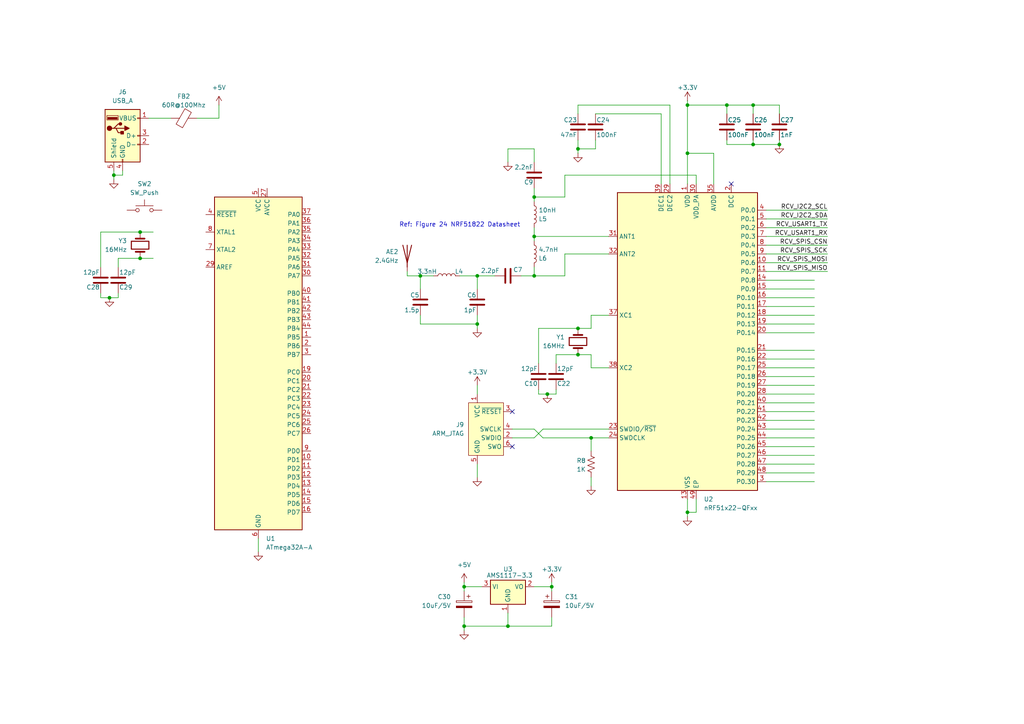
<source format=kicad_sch>
(kicad_sch (version 20231120) (generator "eeschema") (generator_version "8.0")
  (paper "A4")
  (title_block (title "SUDI - Receiver Schematic") (date "2024-07-07") (rev "1") (company "AHAH_TERROR") (comment 1 "Made With Love By AH"))
  (lib_symbols
    (symbol "Connector:Conn_ARM_SWD_TagConnect_TC2030-NL" (in_bom no)
      (property "Reference" "J" (at 2.54 11.43 0))
      (property "Value" "Conn_ARM_SWD_TagConnect_TC2030-NL" (at 2.54 8.89 0))
      (symbol "Conn_ARM_SWD_TagConnect_TC2030-NL_0_0"
        (pin power_in line (at -2.54 10.16 270) (length 2.54) (name "VCC") (number "1"))
        (pin bidirectional line (at 7.62 -2.54 180) (length 2.54) (name "SWDIO") (number "2"))
        (pin open_collector line (at 7.62 5.08 180) (length 2.54) (name "~{RESET}") (number "3"))
        (pin output line (at 7.62 0 180) (length 2.54) (name "SWCLK") (number "4"))
        (pin power_in line (at -2.54 -10.16 90) (length 2.54) (name "GND") (number "5"))
        (pin input line (at 7.62 -5.08 180) (length 2.54) (name "SWO") (number "6"))
      )
      (symbol "Conn_ARM_SWD_TagConnect_TC2030-NL_0_1"
        (rectangle (start -5.08 7.62) (end 5.08 -7.62) (fill (type background)))
      )
    )
    (symbol "Connector:USB_A" (pin_names (offset 1.016))
      (property "Reference" "J" (at -5.08 11.43 0))
      (property "Value" "USB_A" (at -5.08 8.89 0))
      (symbol "USB_A_0_1"
        (rectangle (start -5.08 -7.62) (end 5.08 7.62) (stroke (width 0.254)) (fill (type background)))
        (circle (center -3.81 2.159) (radius 0.635) (stroke (width 0.254)) (fill (type outline)))
        (rectangle (start -1.524 4.826) (end -4.318 5.334) (fill (type outline)))
        (rectangle (start -1.27 4.572) (end -4.572 5.842))
        (circle (center -0.635 3.429) (radius 0.381) (stroke (width 0.254)) (fill (type outline)))
        (rectangle (start -0.127 -7.62) (end 0.127 -6.858))
        (polyline (pts (xy -3.175 2.159) (xy -2.54 2.159) (xy -1.27 3.429) (xy -0.635 3.429)) (stroke (width 0.254)))
        (polyline (pts (xy -2.54 2.159) (xy -1.905 2.159) (xy -1.27 0.889) (xy 0 0.889)) (stroke (width 0.254)))
        (polyline (pts (xy 0.635 2.794) (xy 0.635 1.524) (xy 1.905 2.159) (xy 0.635 2.794)) (stroke (width 0.254)) (fill (type outline)))
        (rectangle (start 0.254 1.27) (end -0.508 0.508) (stroke (width 0.254)) (fill (type outline)))
        (rectangle (start 5.08 -2.667) (end 4.318 -2.413))
        (rectangle (start 5.08 -0.127) (end 4.318 0.127))
        (rectangle (start 5.08 4.953) (end 4.318 5.207))
      )
      (symbol "USB_A_1_1"
        (polyline (pts (xy -1.905 2.159) (xy 0.635 2.159)) (stroke (width 0.254)))
        (pin power_in line (at 7.62 5.08 180) (length 2.54) (name "VBUS") (number "1"))
        (pin bidirectional line (at 7.62 -2.54 180) (length 2.54) (name "D-") (number "2"))
        (pin bidirectional line (at 7.62 0 180) (length 2.54) (name "D+") (number "3"))
        (pin power_in line (at 0 -10.16 90) (length 2.54) (name "GND") (number "4"))
        (pin passive line (at -2.54 -10.16 90) (length 2.54) (name "Shield") (number "5"))
      )
    )
    (symbol "Device:Antenna" (pin_numbers hide) (pin_names (offset 1.016) hide)
      (property "Reference" "AE" (at -1.905 1.905 0))
      (property "Value" "Antenna" (at -1.905 0 0))
      (symbol "Antenna_0_1"
        (polyline (pts (xy 0 2.54) (xy 0 -3.81)) (stroke (width 0.254)))
        (polyline (pts (xy 1.27 2.54) (xy 0 -2.54) (xy -1.27 2.54)) (stroke (width 0.254)))
      )
      (symbol "Antenna_1_1"
        (pin input line (at 0 -5.08 90) (length 2.54) (name "A") (number "1"))
      )
    )
    (symbol "Device:C" (pin_numbers hide) (pin_names (offset 0.254))
      (property "Reference" "C" (at 0.635 2.54 0))
      (property "Value" "C" (at 0.635 -2.54 0))
      (symbol "C_0_1"
        (polyline (pts (xy -2.032 -0.762) (xy 2.032 -0.762)) (stroke (width 0.508)))
        (polyline (pts (xy -2.032 0.762) (xy 2.032 0.762)) (stroke (width 0.508)))
      )
      (symbol "C_1_1"
        (pin passive line (at 0 3.81 270) (length 2.794) (name "~") (number "1"))
        (pin passive line (at 0 -3.81 90) (length 2.794) (name "~") (number "2"))
      )
    )
    (symbol "Device:C_Polarized" (pin_numbers hide) (pin_names (offset 0.254))
      (property "Reference" "C" (at 0.635 2.54 0))
      (property "Value" "C_Polarized" (at 0.635 -2.54 0))
      (symbol "C_Polarized_0_1"
        (rectangle (start -2.286 0.508) (end 2.286 1.016))
        (polyline (pts (xy -1.778 2.286) (xy -0.762 2.286)))
        (polyline (pts (xy -1.27 2.794) (xy -1.27 1.778)))
        (rectangle (start 2.286 -0.508) (end -2.286 -1.016) (fill (type outline)))
      )
      (symbol "C_Polarized_1_1"
        (pin passive line (at 0 3.81 270) (length 2.794) (name "~") (number "1"))
        (pin passive line (at 0 -3.81 90) (length 2.794) (name "~") (number "2"))
      )
    )
    (symbol "Device:Crystal" (pin_numbers hide) (pin_names (offset 1.016) hide)
      (property "Reference" "Y" (at 0 3.81 0))
      (property "Value" "Crystal" (at 0 -3.81 0))
      (symbol "Crystal_0_1"
        (rectangle (start -1.143 2.54) (end 1.143 -2.54) (stroke (width 0.3048)))
        (polyline (pts (xy -2.54 0) (xy -1.905 0)))
        (polyline (pts (xy -1.905 -1.27) (xy -1.905 1.27)) (stroke (width 0.508)))
        (polyline (pts (xy 1.905 -1.27) (xy 1.905 1.27)) (stroke (width 0.508)))
        (polyline (pts (xy 2.54 0) (xy 1.905 0)))
      )
      (symbol "Crystal_1_1"
        (pin passive line (at -3.81 0 0) (length 1.27) (name "1") (number "1"))
        (pin passive line (at 3.81 0 180) (length 1.27) (name "2") (number "2"))
      )
    )
    (symbol "Device:FerriteBead" (pin_numbers hide) (pin_names (offset 0))
      (property "Reference" "FB" (at -3.81 0.635 90))
      (property "Value" "FerriteBead" (at 3.81 0 90))
      (symbol "FerriteBead_0_1"
        (polyline (pts (xy 0 -1.27) (xy 0 -1.2192)))
        (polyline (pts (xy 0 1.27) (xy 0 1.2954)))
        (polyline (pts (xy -2.7686 0.4064) (xy -1.7018 2.2606) (xy 2.7686 -0.3048) (xy 1.6764 -2.159) (xy -2.7686 0.4064)))
      )
      (symbol "FerriteBead_1_1"
        (pin passive line (at 0 3.81 270) (length 2.54) (name "~") (number "1"))
        (pin passive line (at 0 -3.81 90) (length 2.54) (name "~") (number "2"))
      )
    )
    (symbol "Device:L" (pin_numbers hide) (pin_names (offset 1.016) hide)
      (property "Reference" "L" (at -1.27 0 90))
      (property "Value" "L" (at 1.905 0 90))
      (symbol "L_0_1"
        (arc (start 0 -2.54) (mid 0.6323 -1.905) (end 0 -1.27))
        (arc (start 0 -1.27) (mid 0.6323 -0.635) (end 0 0))
        (arc (start 0 0) (mid 0.6323 0.635) (end 0 1.27))
        (arc (start 0 1.27) (mid 0.6323 1.905) (end 0 2.54))
      )
      (symbol "L_1_1"
        (pin passive line (at 0 3.81 270) (length 1.27) (name "1") (number "1"))
        (pin passive line (at 0 -3.81 90) (length 1.27) (name "2") (number "2"))
      )
    )
    (symbol "Device:R_US" (pin_numbers hide) (pin_names (offset 0))
      (property "Reference" "R" (at 2.54 0 90))
      (property "Value" "R_US" (at -2.54 0 90))
      (symbol "R_US_0_1"
        (polyline (pts (xy 0 -2.286) (xy 0 -2.54)))
        (polyline (pts (xy 0 2.286) (xy 0 2.54)))
        (polyline (pts (xy 0 -0.762) (xy 1.016 -1.143) (xy 0 -1.524) (xy -1.016 -1.905) (xy 0 -2.286)))
        (polyline (pts (xy 0 0.762) (xy 1.016 0.381) (xy 0 0) (xy -1.016 -0.381) (xy 0 -0.762)))
        (polyline (pts (xy 0 2.286) (xy 1.016 1.905) (xy 0 1.524) (xy -1.016 1.143) (xy 0 0.762)))
      )
      (symbol "R_US_1_1"
        (pin passive line (at 0 3.81 270) (length 1.27) (name "~") (number "1"))
        (pin passive line (at 0 -3.81 90) (length 1.27) (name "~") (number "2"))
      )
    )
    (symbol "MCU_Microchip_ATmega:ATmega32A-A"
      (property "Reference" "U" (at -12.7 49.53 0))
      (property "Value" "ATmega32A-A" (at 2.54 -49.53 0))
      (symbol "ATmega32A-A_0_1"
        (rectangle (start -12.7 -48.26) (end 12.7 48.26) (stroke (width 0.254)) (fill (type background)))
      )
      (symbol "ATmega32A-A_1_1"
        (pin bidirectional line (at 15.24 7.62 180) (length 2.54) (name "PB5") (number "1"))
        (pin bidirectional line (at 15.24 -27.94 180) (length 2.54) (name "PD1") (number "10"))
        (pin bidirectional line (at 15.24 -30.48 180) (length 2.54) (name "PD2") (number "11"))
        (pin bidirectional line (at 15.24 -33.02 180) (length 2.54) (name "PD3") (number "12"))
        (pin bidirectional line (at 15.24 -35.56 180) (length 2.54) (name "PD4") (number "13"))
        (pin bidirectional line (at 15.24 -38.1 180) (length 2.54) (name "PD5") (number "14"))
        (pin bidirectional line (at 15.24 -40.64 180) (length 2.54) (name "PD6") (number "15"))
        (pin bidirectional line (at 15.24 -43.18 180) (length 2.54) (name "PD7") (number "16"))
        (pin passive line (at 0 50.8 270) (length 2.54) hide (name "VCC") (number "17"))
        (pin passive line (at 0 -50.8 90) (length 2.54) hide (name "GND") (number "18"))
        (pin bidirectional line (at 15.24 -2.54 180) (length 2.54) (name "PC0") (number "19"))
        (pin bidirectional line (at 15.24 5.08 180) (length 2.54) (name "PB6") (number "2"))
        (pin bidirectional line (at 15.24 -5.08 180) (length 2.54) (name "PC1") (number "20"))
        (pin bidirectional line (at 15.24 -7.62 180) (length 2.54) (name "PC2") (number "21"))
        (pin bidirectional line (at 15.24 -10.16 180) (length 2.54) (name "PC3") (number "22"))
        (pin bidirectional line (at 15.24 -12.7 180) (length 2.54) (name "PC4") (number "23"))
        (pin bidirectional line (at 15.24 -15.24 180) (length 2.54) (name "PC5") (number "24"))
        (pin bidirectional line (at 15.24 -17.78 180) (length 2.54) (name "PC6") (number "25"))
        (pin bidirectional line (at 15.24 -20.32 180) (length 2.54) (name "PC7") (number "26"))
        (pin power_in line (at 2.54 50.8 270) (length 2.54) (name "AVCC") (number "27"))
        (pin passive line (at 0 -50.8 90) (length 2.54) hide (name "GND") (number "28"))
        (pin passive line (at -15.24 27.94 0) (length 2.54) (name "AREF") (number "29"))
        (pin bidirectional line (at 15.24 2.54 180) (length 2.54) (name "PB7") (number "3"))
        (pin bidirectional line (at 15.24 25.4 180) (length 2.54) (name "PA7") (number "30"))
        (pin bidirectional line (at 15.24 27.94 180) (length 2.54) (name "PA6") (number "31"))
        (pin bidirectional line (at 15.24 30.48 180) (length 2.54) (name "PA5") (number "32"))
        (pin bidirectional line (at 15.24 33.02 180) (length 2.54) (name "PA4") (number "33"))
        (pin bidirectional line (at 15.24 35.56 180) (length 2.54) (name "PA3") (number "34"))
        (pin bidirectional line (at 15.24 38.1 180) (length 2.54) (name "PA2") (number "35"))
        (pin bidirectional line (at 15.24 40.64 180) (length 2.54) (name "PA1") (number "36"))
        (pin bidirectional line (at 15.24 43.18 180) (length 2.54) (name "PA0") (number "37"))
        (pin passive line (at 0 50.8 270) (length 2.54) hide (name "VCC") (number "38"))
        (pin passive line (at 0 -50.8 90) (length 2.54) hide (name "GND") (number "39"))
        (pin input line (at -15.24 43.18 0) (length 2.54) (name "~{RESET}") (number "4"))
        (pin bidirectional line (at 15.24 20.32 180) (length 2.54) (name "PB0") (number "40"))
        (pin bidirectional line (at 15.24 17.78 180) (length 2.54) (name "PB1") (number "41"))
        (pin bidirectional line (at 15.24 15.24 180) (length 2.54) (name "PB2") (number "42"))
        (pin bidirectional line (at 15.24 12.7 180) (length 2.54) (name "PB3") (number "43"))
        (pin bidirectional line (at 15.24 10.16 180) (length 2.54) (name "PB4") (number "44"))
        (pin power_in line (at 0 50.8 270) (length 2.54) (name "VCC") (number "5"))
        (pin power_in line (at 0 -50.8 90) (length 2.54) (name "GND") (number "6"))
        (pin output line (at -15.24 33.02 0) (length 2.54) (name "XTAL2") (number "7"))
        (pin input line (at -15.24 38.1 0) (length 2.54) (name "XTAL1") (number "8"))
        (pin bidirectional line (at 15.24 -25.4 180) (length 2.54) (name "PD0") (number "9"))
      )
    )
    (symbol "MCU_Nordic:nRF51x22-QFxx"
      (property "Reference" "U" (at 0 2.54 0))
      (property "Value" "nRF51x22-QFxx" (at 0 -2.54 0))
      (symbol "nRF51x22-QFxx_0_1"
        (rectangle (start -20.32 43.18) (end 20.32 -43.18) (stroke (width 0.254)) (fill (type background)))
      )
      (symbol "nRF51x22-QFxx_1_1"
        (pin power_in line (at 0 45.72 270) (length 2.54) (name "VDD") (number "1"))
        (pin bidirectional line (at 22.86 22.86 180) (length 2.54) (name "P0.6") (number "10"))
        (pin bidirectional line (at 22.86 20.32 180) (length 2.54) (name "P0.7") (number "11"))
        (pin passive line (at 0 45.72 270) (length 2.54) hide (name "VDD") (number "12"))
        (pin power_in line (at 0 -45.72 90) (length 2.54) (name "VSS") (number "13"))
        (pin bidirectional line (at 22.86 17.78 180) (length 2.54) (name "P0.8") (number "14"))
        (pin bidirectional line (at 22.86 15.24 180) (length 2.54) (name "P0.9") (number "15"))
        (pin bidirectional line (at 22.86 12.7 180) (length 2.54) (name "P0.10") (number "16"))
        (pin bidirectional line (at 22.86 10.16 180) (length 2.54) (name "P0.11") (number "17"))
        (pin bidirectional line (at 22.86 7.62 180) (length 2.54) (name "P0.12") (number "18"))
        (pin bidirectional line (at 22.86 5.08 180) (length 2.54) (name "P0.13") (number "19"))
        (pin power_out line (at 12.7 45.72 270) (length 2.54) (name "DCC") (number "2"))
        (pin bidirectional line (at 22.86 2.54 180) (length 2.54) (name "P0.14") (number "20"))
        (pin bidirectional line (at 22.86 -2.54 180) (length 2.54) (name "P0.15") (number "21"))
        (pin bidirectional line (at 22.86 -5.08 180) (length 2.54) (name "P0.16") (number "22"))
        (pin bidirectional line (at -22.86 -25.4 0) (length 2.54) (name "SWDIO/~{RST}") (number "23"))
        (pin input line (at -22.86 -27.94 0) (length 2.54) (name "SWDCLK") (number "24"))
        (pin bidirectional line (at 22.86 -7.62 180) (length 2.54) (name "P0.17") (number "25"))
        (pin bidirectional line (at 22.86 -10.16 180) (length 2.54) (name "P0.18") (number "26"))
        (pin bidirectional line (at 22.86 -12.7 180) (length 2.54) (name "P0.19") (number "27"))
        (pin bidirectional line (at 22.86 -15.24 180) (length 2.54) (name "P0.20") (number "28"))
        (pin passive line (at -5.08 45.72 270) (length 2.54) (name "DEC2") (number "29"))
        (pin bidirectional line (at 22.86 -40.64 180) (length 2.54) (name "P0.30") (number "3"))
        (pin power_out line (at 2.54 45.72 270) (length 2.54) (name "VDD_PA") (number "30"))
        (pin output line (at -22.86 30.48 0) (length 2.54) (name "ANT1") (number "31"))
        (pin output line (at -22.86 25.4 0) (length 2.54) (name "ANT2") (number "32"))
        (pin passive line (at 0 -45.72 90) (length 2.54) hide (name "VSS") (number "33"))
        (pin passive line (at 0 -45.72 90) (length 2.54) hide (name "VSS") (number "34"))
        (pin power_in line (at 7.62 45.72 270) (length 2.54) (name "AVDD") (number "35"))
        (pin passive line (at 7.62 45.72 270) (length 2.54) hide (name "AVDD") (number "36"))
        (pin input line (at -22.86 7.62 0) (length 2.54) (name "XC1") (number "37"))
        (pin input line (at -22.86 -7.62 0) (length 2.54) (name "XC2") (number "38"))
        (pin passive line (at -7.62 45.72 270) (length 2.54) (name "DEC1") (number "39"))
        (pin bidirectional line (at 22.86 38.1 180) (length 2.54) (name "P0.0") (number "4"))
        (pin bidirectional line (at 22.86 -17.78 180) (length 2.54) (name "P0.21") (number "40"))
        (pin bidirectional line (at 22.86 -20.32 180) (length 2.54) (name "P0.22") (number "41"))
        (pin bidirectional line (at 22.86 -22.86 180) (length 2.54) (name "P0.23") (number "42"))
        (pin bidirectional line (at 22.86 -25.4 180) (length 2.54) (name "P0.24") (number "43"))
        (pin bidirectional line (at 22.86 -27.94 180) (length 2.54) (name "P0.25") (number "44"))
        (pin bidirectional line (at 22.86 -30.48 180) (length 2.54) (name "P0.26") (number "45"))
        (pin bidirectional line (at 22.86 -33.02 180) (length 2.54) (name "P0.27") (number "46"))
        (pin bidirectional line (at 22.86 -35.56 180) (length 2.54) (name "P0.28") (number "47"))
        (pin bidirectional line (at 22.86 -38.1 180) (length 2.54) (name "P0.29") (number "48"))
        (pin power_in line (at 2.54 -45.72 90) (length 2.54) (name "EP") (number "49"))
        (pin bidirectional line (at 22.86 35.56 180) (length 2.54) (name "P0.1") (number "5"))
        (pin bidirectional line (at 22.86 33.02 180) (length 2.54) (name "P0.2") (number "6"))
        (pin bidirectional line (at 22.86 30.48 180) (length 2.54) (name "P0.3") (number "7"))
        (pin bidirectional line (at 22.86 27.94 180) (length 2.54) (name "P0.4") (number "8"))
        (pin bidirectional line (at 22.86 25.4 180) (length 2.54) (name "P0.5") (number "9"))
      )
    )
    (symbol "Regulator_Linear:AMS1117-3.3"
      (property "Reference" "U" (at -3.81 3.175 0))
      (property "Value" "AMS1117-3.3" (at 0 3.175 0))
      (symbol "AMS1117-3.3_0_1"
        (rectangle (start -5.08 -5.08) (end 5.08 1.905) (stroke (width 0.254)) (fill (type background)))
      )
      (symbol "AMS1117-3.3_1_1"
        (pin power_in line (at 0 -7.62 90) (length 2.54) (name "GND") (number "1"))
        (pin power_out line (at 7.62 0 180) (length 2.54) (name "VO") (number "2"))
        (pin power_in line (at -7.62 0 0) (length 2.54) (name "VI") (number "3"))
      )
    )
    (symbol "Switch:SW_Push" (pin_numbers hide) (pin_names (offset 1.016) hide)
      (property "Reference" "SW" (at 1.27 2.54 0))
      (property "Value" "SW_Push" (at 0 -1.524 0))
      (symbol "SW_Push_0_1"
        (circle (center -2.032 0) (radius 0.508))
        (polyline (pts (xy 0 1.27) (xy 0 3.048)))
        (polyline (pts (xy 2.54 1.27) (xy -2.54 1.27)))
        (circle (center 2.032 0) (radius 0.508))
        (pin passive line (at -5.08 0 0) (length 2.54) (name "1") (number "1"))
        (pin passive line (at 5.08 0 180) (length 2.54) (name "2") (number "2"))
      )
    )
    (symbol "power:+3.3V" (power) (pin_numbers hide) (pin_names (offset 0) hide)
      (property "Value" "+3.3V" (at 0 3.556 0))
      (symbol "+3.3V_0_1"
        (polyline (pts (xy -0.762 1.27) (xy 0 2.54)))
        (polyline (pts (xy 0 0) (xy 0 2.54)))
        (polyline (pts (xy 0 2.54) (xy 0.762 1.27)))
      )
      (symbol "+3.3V_1_1"
        (pin power_in line (at 0 0 90) (length 0) (name "~") (number "1"))
      )
    )
    (symbol "power:+5V" (power) (pin_names (offset 0))
      (property "Value" "+5V" (at 0 3.556 0))
      (symbol "+5V_0_1"
        (polyline (pts (xy -0.762 1.27) (xy 0 2.54)))
        (polyline (pts (xy 0 0) (xy 0 2.54)))
        (polyline (pts (xy 0 2.54) (xy 0.762 1.27)))
      )
      (symbol "+5V_1_1"
        (pin power_in line (at 0 0 90) (length 0) hide (name "+5V") (number "1"))
      )
    )
    (symbol "power:GND" (power) (pin_names (offset 0))
      (property "Value" "GND" (at 0 -3.81 0))
      (symbol "GND_0_1"
        (polyline (pts (xy 0 0) (xy 0 -1.27) (xy 1.27 -1.27) (xy 0 -2.54) (xy -1.27 -1.27) (xy 0 -1.27)))
      )
      (symbol "GND_1_1"
        (pin power_in line (at 0 0 270) (length 0) hide (name "GND") (number "1"))
      )
    )
  )
  (junction (at 160.02 170.18))
  (junction (at 226.06 41.91))
  (junction (at 31.75 86.36))
  (junction (at 199.39 30.48))
  (junction (at 40.64 67.31))
  (junction (at 138.43 80.01))
  (junction (at 40.64 74.93))
  (junction (at 167.64 102.87))
  (junction (at 134.62 170.18))
  (junction (at 167.64 43.18))
  (junction (at 154.94 80.01))
  (junction (at 158.75 114.3))
  (junction (at 210.82 30.48))
  (junction (at 154.94 57.15))
  (junction (at 171.45 127))
  (junction (at 199.39 148.59))
  (junction (at 218.44 30.48))
  (junction (at 147.32 181.61))
  (junction (at 167.64 95.25))
  (junction (at 134.62 181.61))
  (junction (at 154.94 68.58))
  (junction (at 33.02 50.8))
  (junction (at 199.39 44.45))
  (junction (at 218.44 41.91))
  (junction (at 138.43 93.98))
  (junction (at 121.92 80.01))
  (no_connect (at 148.59 119.38))
  (no_connect (at 212.09 53.34))
  (no_connect (at 148.59 129.54))
  (wire (pts (xy 226.06 33.02) (xy 226.06 30.48)))
  (wire (pts (xy 222.25 71.12) (xy 240.03 71.12)))
  (wire (pts (xy 160.02 168.91) (xy 160.02 170.18)))
  (wire (pts (xy 160.02 179.07) (xy 160.02 181.61)))
  (wire (pts (xy 148.59 124.46) (xy 154.94 124.46)))
  (wire (pts (xy 138.43 83.82) (xy 138.43 80.01)))
  (wire (pts (xy 156.21 95.25) (xy 167.64 95.25)))
  (wire (pts (xy 156.21 105.41) (xy 156.21 95.25)))
  (wire (pts (xy 201.93 148.59) (xy 199.39 148.59)))
  (wire (pts (xy 218.44 30.48) (xy 210.82 30.48)))
  (wire (pts (xy 210.82 33.02) (xy 210.82 30.48)))
  (wire (pts (xy 154.94 80.01) (xy 154.94 77.47)))
  (wire (pts (xy 138.43 93.98) (xy 138.43 95.25)))
  (wire (pts (xy 160.02 170.18) (xy 154.94 170.18)))
  (wire (pts (xy 29.21 85.09) (xy 29.21 86.36)))
  (wire (pts (xy 222.25 76.2) (xy 240.03 76.2)))
  (wire (pts (xy 154.94 68.58) (xy 154.94 66.04)))
  (wire (pts (xy 222.25 81.28) (xy 236.22 81.28)))
  (wire (pts (xy 121.92 91.44) (xy 121.92 93.98)))
  (wire (pts (xy 154.94 124.46) (xy 157.48 127)))
  (wire (pts (xy 171.45 102.87) (xy 167.64 102.87)))
  (wire (pts (xy 147.32 43.18) (xy 154.94 43.18)))
  (wire (pts (xy 158.75 114.3) (xy 161.29 114.3)))
  (wire (pts (xy 154.94 68.58) (xy 176.53 68.58)))
  (wire (pts (xy 167.64 43.18) (xy 172.72 43.18)))
  (wire (pts (xy 44.45 74.93) (xy 40.64 74.93)))
  (wire (pts (xy 161.29 102.87) (xy 167.64 102.87)))
  (wire (pts (xy 63.5 34.29) (xy 57.15 34.29)))
  (wire (pts (xy 171.45 106.68) (xy 176.53 106.68)))
  (wire (pts (xy 138.43 80.01) (xy 143.51 80.01)))
  (wire (pts (xy 154.94 58.42) (xy 154.94 57.15)))
  (wire (pts (xy 222.25 60.96) (xy 240.03 60.96)))
  (wire (pts (xy 222.25 63.5) (xy 240.03 63.5)))
  (wire (pts (xy 157.48 124.46) (xy 176.53 124.46)))
  (wire (pts (xy 167.64 95.25) (xy 171.45 95.25)))
  (wire (pts (xy 147.32 43.18) (xy 147.32 46.99)))
  (wire (pts (xy 172.72 43.18) (xy 172.72 40.64)))
  (wire (pts (xy 35.56 50.8) (xy 33.02 50.8)))
  (wire (pts (xy 134.62 170.18) (xy 134.62 171.45)))
  (wire (pts (xy 222.25 96.52) (xy 236.22 96.52)))
  (wire (pts (xy 222.25 93.98) (xy 236.22 93.98)))
  (wire (pts (xy 118.11 80.01) (xy 121.92 80.01)))
  (wire (pts (xy 222.25 106.68) (xy 236.22 106.68)))
  (wire (pts (xy 218.44 40.64) (xy 218.44 41.91)))
  (wire (pts (xy 222.25 137.16) (xy 236.22 137.16)))
  (wire (pts (xy 29.21 77.47) (xy 29.21 67.31)))
  (wire (pts (xy 222.25 124.46) (xy 236.22 124.46)))
  (wire (pts (xy 222.25 66.04) (xy 240.03 66.04)))
  (wire (pts (xy 191.77 53.34) (xy 191.77 33.02)))
  (wire (pts (xy 161.29 114.3) (xy 161.29 113.03)))
  (wire (pts (xy 171.45 127) (xy 171.45 130.81)))
  (wire (pts (xy 154.94 69.85) (xy 154.94 68.58)))
  (wire (pts (xy 222.25 78.74) (xy 240.03 78.74)))
  (wire (pts (xy 134.62 181.61) (xy 134.62 182.88)))
  (wire (pts (xy 156.21 114.3) (xy 158.75 114.3)))
  (wire (pts (xy 29.21 86.36) (xy 31.75 86.36)))
  (wire (pts (xy 167.64 40.64) (xy 167.64 43.18)))
  (wire (pts (xy 222.25 88.9) (xy 236.22 88.9)))
  (wire (pts (xy 138.43 91.44) (xy 138.43 93.98)))
  (wire (pts (xy 210.82 30.48) (xy 199.39 30.48)))
  (wire (pts (xy 176.53 73.66) (xy 163.83 73.66)))
  (wire (pts (xy 121.92 83.82) (xy 121.92 80.01)))
  (wire (pts (xy 147.32 181.61) (xy 134.62 181.61)))
  (wire (pts (xy 222.25 91.44) (xy 236.22 91.44)))
  (wire (pts (xy 138.43 111.76) (xy 138.43 114.3)))
  (wire (pts (xy 199.39 29.21) (xy 199.39 30.48)))
  (wire (pts (xy 222.25 83.82) (xy 236.22 83.82)))
  (wire (pts (xy 222.25 139.7) (xy 236.22 139.7)))
  (wire (pts (xy 171.45 138.43) (xy 171.45 140.97)))
  (wire (pts (xy 222.25 101.6) (xy 236.22 101.6)))
  (wire (pts (xy 222.25 104.14) (xy 236.22 104.14)))
  (wire (pts (xy 121.92 93.98) (xy 138.43 93.98)))
  (wire (pts (xy 207.01 44.45) (xy 199.39 44.45)))
  (wire (pts (xy 222.25 134.62) (xy 236.22 134.62)))
  (wire (pts (xy 222.25 111.76) (xy 236.22 111.76)))
  (wire (pts (xy 161.29 105.41) (xy 161.29 102.87)))
  (wire (pts (xy 194.31 30.48) (xy 194.31 53.34)))
  (wire (pts (xy 167.64 33.02) (xy 167.64 30.48)))
  (wire (pts (xy 118.11 78.74) (xy 118.11 80.01)))
  (wire (pts (xy 163.83 80.01) (xy 154.94 80.01)))
  (wire (pts (xy 226.06 30.48) (xy 218.44 30.48)))
  (wire (pts (xy 199.39 148.59) (xy 199.39 149.86)))
  (wire (pts (xy 163.83 73.66) (xy 163.83 80.01)))
  (wire (pts (xy 33.02 49.53) (xy 33.02 50.8)))
  (wire (pts (xy 176.53 91.44) (xy 171.45 91.44)))
  (wire (pts (xy 222.25 86.36) (xy 236.22 86.36)))
  (wire (pts (xy 222.25 109.22) (xy 236.22 109.22)))
  (wire (pts (xy 222.25 116.84) (xy 236.22 116.84)))
  (wire (pts (xy 199.39 144.78) (xy 199.39 148.59)))
  (wire (pts (xy 163.83 50.8) (xy 201.93 50.8)))
  (wire (pts (xy 201.93 53.34) (xy 201.93 50.8)))
  (wire (pts (xy 138.43 134.62) (xy 138.43 138.43)))
  (wire (pts (xy 74.93 156.21) (xy 74.93 160.02)))
  (wire (pts (xy 148.59 127) (xy 154.94 127)))
  (wire (pts (xy 35.56 49.53) (xy 35.56 50.8)))
  (wire (pts (xy 210.82 41.91) (xy 218.44 41.91)))
  (wire (pts (xy 34.29 77.47) (xy 34.29 74.93)))
  (wire (pts (xy 207.01 53.34) (xy 207.01 44.45)))
  (wire (pts (xy 167.64 43.18) (xy 167.64 44.45)))
  (wire (pts (xy 34.29 74.93) (xy 40.64 74.93)))
  (wire (pts (xy 157.48 127) (xy 171.45 127)))
  (wire (pts (xy 163.83 50.8) (xy 163.83 57.15)))
  (wire (pts (xy 134.62 170.18) (xy 139.7 170.18)))
  (wire (pts (xy 218.44 33.02) (xy 218.44 30.48)))
  (wire (pts (xy 134.62 168.91) (xy 134.62 170.18)))
  (wire (pts (xy 49.53 34.29) (xy 43.18 34.29)))
  (wire (pts (xy 222.25 129.54) (xy 236.22 129.54)))
  (wire (pts (xy 171.45 91.44) (xy 171.45 95.25)))
  (wire (pts (xy 199.39 44.45) (xy 199.39 53.34)))
  (wire (pts (xy 160.02 181.61) (xy 147.32 181.61)))
  (wire (pts (xy 29.21 67.31) (xy 40.64 67.31)))
  (wire (pts (xy 191.77 33.02) (xy 172.72 33.02)))
  (wire (pts (xy 157.48 124.46) (xy 154.94 127)))
  (wire (pts (xy 147.32 177.8) (xy 147.32 181.61)))
  (wire (pts (xy 222.25 119.38) (xy 236.22 119.38)))
  (wire (pts (xy 121.92 80.01) (xy 125.73 80.01)))
  (wire (pts (xy 171.45 102.87) (xy 171.45 106.68)))
  (wire (pts (xy 218.44 41.91) (xy 226.06 41.91)))
  (wire (pts (xy 201.93 144.78) (xy 201.93 148.59)))
  (wire (pts (xy 156.21 113.03) (xy 156.21 114.3)))
  (wire (pts (xy 222.25 132.08) (xy 236.22 132.08)))
  (wire (pts (xy 33.02 50.8) (xy 33.02 52.07)))
  (wire (pts (xy 154.94 43.18) (xy 154.94 46.99)))
  (wire (pts (xy 222.25 73.66) (xy 240.03 73.66)))
  (wire (pts (xy 222.25 127) (xy 236.22 127)))
  (wire (pts (xy 163.83 57.15) (xy 154.94 57.15)))
  (wire (pts (xy 226.06 41.91) (xy 226.06 40.64)))
  (wire (pts (xy 222.25 114.3) (xy 236.22 114.3)))
  (wire (pts (xy 133.35 80.01) (xy 138.43 80.01)))
  (wire (pts (xy 31.75 86.36) (xy 34.29 86.36)))
  (wire (pts (xy 222.25 68.58) (xy 240.03 68.58)))
  (wire (pts (xy 176.53 127) (xy 171.45 127)))
  (wire (pts (xy 210.82 40.64) (xy 210.82 41.91)))
  (wire (pts (xy 154.94 57.15) (xy 154.94 54.61)))
  (wire (pts (xy 40.64 67.31) (xy 44.45 67.31)))
  (wire (pts (xy 222.25 121.92) (xy 236.22 121.92)))
  (wire (pts (xy 160.02 171.45) (xy 160.02 170.18)))
  (wire (pts (xy 34.29 86.36) (xy 34.29 85.09)))
  (wire (pts (xy 151.13 80.01) (xy 154.94 80.01)))
  (wire (pts (xy 167.64 30.48) (xy 194.31 30.48)))
  (wire (pts (xy 199.39 30.48) (xy 199.39 44.45)))
  (wire (pts (xy 134.62 179.07) (xy 134.62 181.61)))
  (wire (pts (xy 63.5 30.48) (xy 63.5 34.29)))
  (text "Ref: Figure 24 NRF51822 Datasheet" (at 133.35 65.278 0) (effects (font (size 1.27 1.27))))
  (label "RCV_SPIS_MOSI" (at 240.03 76.2 180))
  (label "RCV_SPIS_MISO" (at 240.03 78.74 180))
  (label "RCV_USART1_RX" (at 240.03 68.58 180))
  (label "RCV_USART1_TX" (at 240.03 66.04 180))
  (label "RCV_SPIS_SCK" (at 240.03 73.66 180))
  (label "RCV_I2C2_SCL" (at 240.03 60.96 180))
  (label "RCV_I2C2_SDA" (at 240.03 63.5 180))
  (label "RCV_SPIS_CSN" (at 240.03 71.12 180))
  (symbol (lib_id "power:GND") (at 31.75 86.36 0) (unit 1)
    (property "Reference" "#PWR046" (effects (hide yes)))
    (property "Value" "GND" (effects (hide yes)))
  )
  (symbol (lib_id "power:+5V") (at 134.62 168.91 0) (unit 1)
    (property "Reference" "#PWR048" (effects (hide yes)))
    (property "Value" "+5V" (at 134.62 163.83 0))
  )
  (symbol (lib_id "Device:C") (at 156.21 109.22 180) (unit 1)
    (property "Reference" "C10" (at 155.956 111.252 0) (effects (justify left)))
    (property "Value" "12pF" (at 155.956 106.934 0) (effects (justify left)))
    (property "Description" "Unpolarized capacitor" (effects (hide yes)))
  )
  (symbol (lib_id "power:GND") (at 171.45 140.97 0) (unit 1)
    (property "Reference" "#PWR031" (effects (hide yes)))
    (property "Value" "GND" (effects (hide yes)))
  )
  (symbol (lib_id "Device:L") (at 129.54 80.01 90) (unit 1)
    (property "Reference" "L4" (at 134.366 78.74 90) (effects (justify left)))
    (property "Value" "3.3nH" (at 126.746 78.74 90) (effects (justify left)))
    (property "Description" "Inductor" (effects (hide yes)))
  )
  (symbol (lib_id "Device:C") (at 172.72 36.83 0) (unit 1)
    (property "Reference" "C24" (at 172.974 34.798 0) (effects (justify left)))
    (property "Value" "100nF" (at 172.974 39.116 0) (effects (justify left)))
    (property "Description" "Unpolarized capacitor" (effects (hide yes)))
  )
  (symbol (lib_id "Device:C") (at 121.92 87.63 0) (mirror y) (unit 1)
    (property "Reference" "C5" (at 121.666 85.598 0) (effects (justify left)))
    (property "Value" "1.5p" (at 121.666 89.916 0) (effects (justify left)))
    (property "Description" "Unpolarized capacitor" (effects (hide yes)))
  )
  (symbol (lib_id "power:GND") (at 226.06 41.91 0) (unit 1)
    (property "Reference" "#PWR044" (effects (hide yes)))
    (property "Value" "GND" (effects (hide yes)))
  )
  (symbol (lib_id "power:GND") (at 74.93 160.02 0) (mirror y) (unit 1)
    (property "Reference" "#PWR047" (effects (hide yes)))
    (property "Value" "GND" (effects (hide yes)))
  )
  (symbol (lib_id "Device:C") (at 34.29 81.28 0) (mirror x) (unit 1)
    (property "Reference" "C29" (at 34.544 83.312 0) (effects (justify left)))
    (property "Value" "12pF" (at 34.544 78.994 0) (effects (justify left)))
    (property "Description" "Unpolarized capacitor" (effects (hide yes)))
  )
  (symbol (lib_id "MCU_Nordic:nRF51x22-QFxx") (at 199.39 99.06 0) (unit 1)
    (property "Reference" "U2" (at 204.1241 144.78 0) (effects (justify left)))
    (property "Value" "nRF51x22-QFxx" (at 204.1241 147.32 0) (effects (justify left)))
    (property "Footprint" "Package_DFN_QFN:QFN-48-1EP_6x6mm_P0.4mm_EP4.6x4.6mm" (effects (hide yes)))
    (property "Datasheet" "http://infocenter.nordicsemi.com/pdf/nRF51822_PS_v3.3.pdf" (effects (hide yes)))
    (property "Description" "Multiprotocol BLE/2.4GHz Cortex-M0+ SoC" (effects (hide yes)))
  )
  (symbol (lib_id "Device:C") (at 161.29 109.22 0) (mirror x) (unit 1)
    (property "Reference" "C22" (at 161.544 111.252 0) (effects (justify left)))
    (property "Value" "12pF" (at 161.544 106.934 0) (effects (justify left)))
    (property "Description" "Unpolarized capacitor" (effects (hide yes)))
  )
  (symbol (lib_id "Device:C") (at 29.21 81.28 180) (unit 1)
    (property "Reference" "C28" (at 28.956 83.312 0) (effects (justify left)))
    (property "Value" "12pF" (at 28.956 78.994 0) (effects (justify left)))
    (property "Description" "Unpolarized capacitor" (effects (hide yes)))
  )
  (symbol (lib_id "Device:C") (at 218.44 36.83 0) (unit 1)
    (property "Reference" "C26" (at 218.694 34.798 0) (effects (justify left)))
    (property "Value" "100nF" (at 218.694 39.116 0) (effects (justify left)))
    (property "Description" "Unpolarized capacitor" (effects (hide yes)))
  )
  (symbol (lib_id "Device:L") (at 154.94 73.66 0) (mirror x) (unit 1)
    (property "Reference" "L6" (at 156.21 74.9301 0) (effects (justify left)))
    (property "Value" "4.7nH" (at 156.21 72.3901 0) (effects (justify left)))
    (property "Description" "Inductor" (effects (hide yes)))
  )
  (symbol (lib_id "power:GND") (at 33.02 52.07 0) (unit 1)
    (property "Reference" "#PWR052" (effects (hide yes)))
    (property "Value" "GND" (effects (hide yes)))
  )
  (symbol (lib_id "power:GND") (at 134.62 182.88 0) (unit 1)
    (property "Reference" "#PWR050" (effects (hide yes)))
    (property "Value" "GND" (effects (hide yes)))
  )
  (symbol (lib_id "Device:C") (at 210.82 36.83 0) (unit 1)
    (property "Reference" "C25" (at 211.074 34.798 0) (effects (justify left)))
    (property "Value" "100nF" (at 211.074 39.116 0) (effects (justify left)))
    (property "Description" "Unpolarized capacitor" (effects (hide yes)))
  )
  (symbol (lib_id "Device:C") (at 226.06 36.83 0) (unit 1)
    (property "Reference" "C27" (at 226.314 34.798 0) (effects (justify left)))
    (property "Value" "1nF" (at 226.314 39.116 0) (effects (justify left)))
    (property "Description" "Unpolarized capacitor" (effects (hide yes)))
  )
  (symbol (lib_id "Connector:USB_A") (at 35.56 39.37 0) (unit 1)
    (property "Reference" "J6" (at 35.56 26.67 0))
    (property "Value" "USB_A" (at 35.56 29.21 0))
    (property "Footprint" "Connector_USB:USB_A_CONNFLY_DS1095-WNR0" (effects (hide yes)))
    (property "Datasheet" " ~" (effects (hide yes)))
    (property "Description" "USB Type A connector" (effects (hide yes)))
  )
  (symbol (lib_id "Device:FerriteBead") (at 53.34 34.29 90) (unit 1)
    (property "Reference" "FB2" (at 53.2892 27.94 90))
    (property "Value" "60R@100Mhz" (at 53.2892 30.48 90))
    (property "Description" "Ferrite bead" (effects (hide yes)))
  )
  (symbol (lib_id "power:GND") (at 147.32 46.99 0) (unit 1)
    (property "Reference" "#PWR025" (effects (hide yes)))
    (property "Value" "GND" (effects (hide yes)))
  )
  (symbol (lib_id "Switch:SW_Push") (at 41.91 60.96 0) (unit 1)
    (property "Reference" "SW2" (at 41.91 53.34 0))
    (property "Value" "SW_Push" (at 41.91 55.88 0))
    (property "Description" "Push button switch, generic, two pins" (effects (hide yes)))
  )
  (symbol (lib_id "power:+3.3V") (at 138.43 111.76 0) (unit 1)
    (property "Reference" "#PWR054" (effects (hide yes)))
    (property "Value" "+3.3V" (at 138.43 107.95 0))
    (property "Description" "Power symbol creates a global label with name \"+3.3V\"" (effects (hide yes)))
  )
  (symbol (lib_id "power:GND") (at 138.43 95.25 0) (mirror y) (unit 1)
    (property "Reference" "#PWR024" (effects (hide yes)))
    (property "Value" "GND" (effects (hide yes)))
  )
  (symbol (lib_id "Device:C") (at 154.94 50.8 180) (unit 1)
    (property "Reference" "C9" (at 154.686 52.832 0) (effects (justify left)))
    (property "Value" "2.2nF" (at 154.686 48.514 0) (effects (justify left)))
    (property "Description" "Unpolarized capacitor" (effects (hide yes)))
  )
  (symbol (lib_id "power:GND") (at 167.64 44.45 0) (unit 1)
    (property "Reference" "#PWR030" (effects (hide yes)))
    (property "Value" "GND" (effects (hide yes)))
  )
  (symbol (lib_id "Connector:Conn_ARM_SWD_TagConnect_TC2030-NL") (at 140.97 124.46 0) (unit 1) (in_bom no)
    (property "Reference" "J9" (at 134.62 123.1899 0) (effects (justify right)))
    (property "Value" "ARM_JTAG" (at 134.62 125.7299 0) (effects (justify right)))
    (property "Footprint" "Connector_PinHeader_1.27mm:PinHeader_2x05_P1.27mm_Vertical" (effects (hide yes)))
    (property "Datasheet" "https://www.tag-connect.com/wp-content/uploads/bsk-pdf-manager/TC2030-CTX_1.pdf" (effects (hide yes)))
    (property "Description" "Tag-Connect ARM Cortex SWD JTAG connector, 6 pin, no legs" (effects (hide yes)))
  )
  (symbol (lib_id "Regulator_Linear:AMS1117-3.3") (at 147.32 170.18 0) (unit 1)
    (property "Reference" "U3" (at 147.32 165.1 0))
    (property "Value" "AMS1117-3.3" (at 147.828 166.878 0))
    (property "Footprint" "Package_TO_SOT_SMD:SOT-223-3_TabPin2" (effects (hide yes)))
    (property "Datasheet" "http://www.advanced-monolithic.com/pdf/ds1117.pdf" (effects (hide yes)))
    (property "Description" "1A Low Dropout regulator, positive, 3.3V fixed output, SOT-223" (effects (hide yes)))
  )
  (symbol (lib_id "Device:Antenna") (at 118.11 73.66 0) (mirror y) (unit 1)
    (property "Reference" "AE2" (at 115.57 73.0249 0) (effects (justify left)))
    (property "Value" "2.4GHz" (at 115.57 75.5649 0) (effects (justify left)))
    (property "Footprint" "RF_Antenna:Texas_SWRA117D_2.4GHz_Left" (effects (hide yes)))
    (property "Description" "Antenna" (effects (hide yes)))
  )
  (symbol (lib_id "MCU_Microchip_ATmega:ATmega32A-A") (at 74.93 105.41 0) (unit 1)
    (property "Reference" "U1" (at 77.1241 156.21 0) (effects (justify left)))
    (property "Value" "ATmega32A-A" (at 77.1241 158.75 0) (effects (justify left)))
    (property "Footprint" "Package_QFP:TQFP-44_10x10mm_P0.8mm" (effects (hide yes)))
    (property "Datasheet" "http://ww1.microchip.com/downloads/en/DeviceDoc/atmel-8155-8-bit-microcontroller-avr-atmega32a_datasheet.pdf" (effects (hide yes)))
    (property "Description" "16MHz, 32kB Flash, 2kB SRAM, 1kB EEPROM, JTAG, TQFP-44" (effects (hide yes)))
  )
  (symbol (lib_id "Device:C_Polarized") (at 160.02 175.26 0) (unit 1)
    (property "Reference" "C31" (at 163.83 173.1009 0) (effects (justify left)))
    (property "Value" "10uF/5V" (at 163.83 175.6409 0) (effects (justify left)))
    (property "Description" "Polarized capacitor" (effects (hide yes)))
  )
  (symbol (lib_id "Device:C") (at 138.43 87.63 0) (mirror y) (unit 1)
    (property "Reference" "C6" (at 138.176 85.598 0) (effects (justify left)))
    (property "Value" "1pF" (at 138.176 89.916 0) (effects (justify left)))
    (property "Description" "Unpolarized capacitor" (effects (hide yes)))
  )
  (symbol (lib_id "Device:C_Polarized") (at 134.62 175.26 0) (mirror y) (unit 1)
    (property "Reference" "C30" (at 130.81 173.1009 0) (effects (justify left)))
    (property "Value" "10uF/5V" (at 130.81 175.6409 0) (effects (justify left)))
    (property "Description" "Polarized capacitor" (effects (hide yes)))
  )
  (symbol (lib_id "Device:C") (at 147.32 80.01 270) (mirror x) (unit 1)
    (property "Reference" "C7" (at 148.844 78.232 90) (effects (justify left)))
    (property "Value" "2.2pF" (at 139.446 78.486 90) (effects (justify left)))
    (property "Description" "Unpolarized capacitor" (effects (hide yes)))
  )
  (symbol (lib_id "power:+3.3V") (at 160.02 168.91 0) (unit 1)
    (property "Reference" "#PWR049" (effects (hide yes)))
    (property "Value" "+3.3V" (at 160.02 165.1 0))
    (property "Description" "Power symbol creates a global label with name \"+3.3V\"" (effects (hide yes)))
  )
  (symbol (lib_id "power:GND") (at 138.43 138.43 0) (unit 1)
    (property "Reference" "#PWR053" (effects (hide yes)))
    (property "Value" "GND" (effects (hide yes)))
  )
  (symbol (lib_id "power:+5V") (at 63.5 30.48 0) (unit 1)
    (property "Reference" "#PWR051" (effects (hide yes)))
    (property "Value" "+5V" (at 63.5 25.4 0))
  )
  (symbol (lib_id "Device:L") (at 154.94 62.23 0) (mirror x) (unit 1)
    (property "Reference" "L5" (at 156.21 63.5001 0) (effects (justify left)))
    (property "Value" "10nH" (at 156.21 60.9601 0) (effects (justify left)))
    (property "Description" "Inductor" (effects (hide yes)))
  )
  (symbol (lib_id "power:GND") (at 199.39 149.86 0) (unit 1)
    (property "Reference" "#PWR043" (effects (hide yes)))
    (property "Value" "GND" (effects (hide yes)))
  )
  (symbol (lib_id "Device:Crystal") (at 40.64 71.12 90) (mirror x) (unit 1)
    (property "Reference" "Y3" (at 36.83 69.8499 90) (effects (justify left)))
    (property "Value" "16MHz" (at 36.83 72.3899 90) (effects (justify left)))
    (property "Description" "Two pin crystal" (effects (hide yes)))
  )
  (symbol (lib_id "Device:C") (at 167.64 36.83 0) (mirror y) (unit 1)
    (property "Reference" "C23" (at 167.386 34.798 0) (effects (justify left)))
    (property "Value" "47nF" (at 167.386 39.116 0) (effects (justify left)))
    (property "Description" "Unpolarized capacitor" (effects (hide yes)))
  )
  (symbol (lib_id "Device:Crystal") (at 167.64 99.06 90) (mirror x) (unit 1)
    (property "Reference" "Y1" (at 163.83 97.7899 90) (effects (justify left)))
    (property "Value" "16MHz" (at 163.83 100.3299 90) (effects (justify left)))
    (property "Description" "Two pin crystal" (effects (hide yes)))
  )
  (symbol (lib_id "power:GND") (at 158.75 114.3 0) (unit 1)
    (property "Reference" "#PWR029" (effects (hide yes)))
    (property "Value" "GND" (effects (hide yes)))
  )
  (symbol (lib_id "Device:R_US") (at 171.45 134.62 180) (unit 1)
    (property "Reference" "R8" (at 169.926 133.604 0) (effects (justify left)))
    (property "Value" "1K" (at 169.926 136.144 0) (effects (justify left)))
    (property "Footprint" "Resistor_SMD:R_1206_3216Metric" (effects (hide yes)))
  )
  (symbol (lib_id "power:+3.3V") (at 199.39 29.21 0) (unit 1)
    (property "Reference" "#PWR032" (effects (hide yes)))
    (property "Value" "+3.3V" (at 199.39 25.4 0))
    (property "Description" "Power symbol creates a global label with name \"+3.3V\"" (effects (hide yes)))
  )
)
</source>
